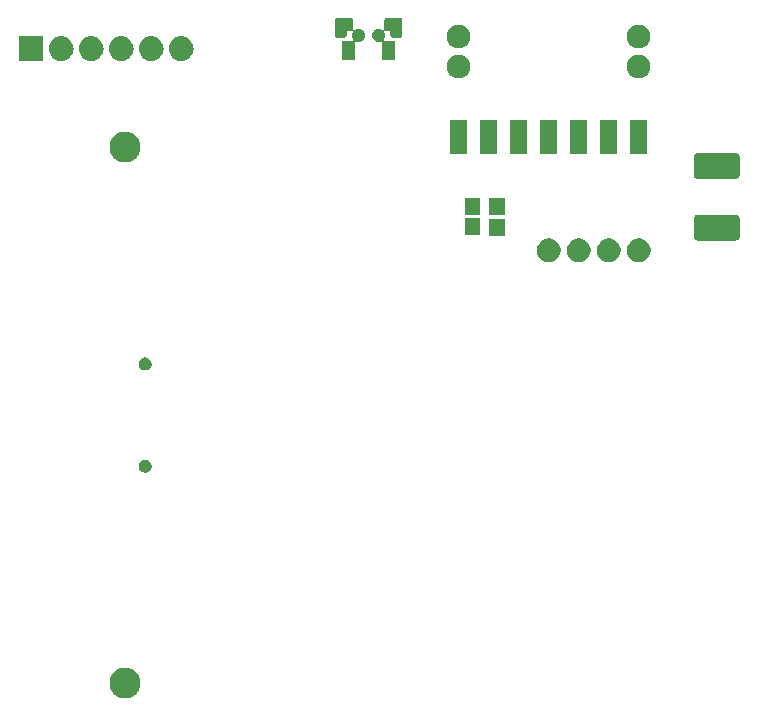
<source format=gbs>
G04 #@! TF.GenerationSoftware,KiCad,Pcbnew,(5.1.0-0)*
G04 #@! TF.CreationDate,2019-05-12T16:12:14+09:00*
G04 #@! TF.ProjectId,split_EC_left,73706c69-745f-4454-935f-6c6566742e6b,rev?*
G04 #@! TF.SameCoordinates,Original*
G04 #@! TF.FileFunction,Soldermask,Bot*
G04 #@! TF.FilePolarity,Negative*
%FSLAX46Y46*%
G04 Gerber Fmt 4.6, Leading zero omitted, Abs format (unit mm)*
G04 Created by KiCad (PCBNEW (5.1.0-0)) date 2019-05-12 16:12:14*
%MOMM*%
%LPD*%
G04 APERTURE LIST*
%ADD10C,0.100000*%
G04 APERTURE END LIST*
D10*
G36*
X83429196Y-96439958D02*
G01*
X83665781Y-96537955D01*
X83878702Y-96680224D01*
X84059776Y-96861298D01*
X84202045Y-97074219D01*
X84300042Y-97310804D01*
X84350000Y-97561961D01*
X84350000Y-97818039D01*
X84300042Y-98069196D01*
X84202045Y-98305781D01*
X84059776Y-98518702D01*
X83878702Y-98699776D01*
X83665781Y-98842045D01*
X83429196Y-98940042D01*
X83303617Y-98965021D01*
X83178040Y-98990000D01*
X82921960Y-98990000D01*
X82670804Y-98940042D01*
X82434219Y-98842045D01*
X82221298Y-98699776D01*
X82040224Y-98518702D01*
X81897955Y-98305781D01*
X81799958Y-98069196D01*
X81750000Y-97818039D01*
X81750000Y-97561961D01*
X81799958Y-97310804D01*
X81897955Y-97074219D01*
X82040224Y-96861298D01*
X82221298Y-96680224D01*
X82434219Y-96537955D01*
X82670804Y-96439958D01*
X82921960Y-96390000D01*
X83178040Y-96390000D01*
X83429196Y-96439958D01*
X83429196Y-96439958D01*
G37*
G36*
X84875009Y-78789091D02*
G01*
X84910429Y-78796136D01*
X84960476Y-78816867D01*
X85010524Y-78837597D01*
X85100602Y-78897785D01*
X85177215Y-78974398D01*
X85237403Y-79064476D01*
X85278864Y-79164572D01*
X85300000Y-79270828D01*
X85300000Y-79379172D01*
X85278864Y-79485428D01*
X85237403Y-79585524D01*
X85177215Y-79675602D01*
X85100602Y-79752215D01*
X85010524Y-79812403D01*
X84960476Y-79833133D01*
X84910429Y-79853864D01*
X84875009Y-79860909D01*
X84804172Y-79875000D01*
X84695828Y-79875000D01*
X84624991Y-79860909D01*
X84589571Y-79853864D01*
X84539524Y-79833133D01*
X84489476Y-79812403D01*
X84399398Y-79752215D01*
X84322785Y-79675602D01*
X84262597Y-79585524D01*
X84221136Y-79485428D01*
X84200000Y-79379172D01*
X84200000Y-79270828D01*
X84221136Y-79164572D01*
X84262597Y-79064476D01*
X84322785Y-78974398D01*
X84399398Y-78897785D01*
X84489476Y-78837597D01*
X84539524Y-78816867D01*
X84589571Y-78796136D01*
X84624991Y-78789091D01*
X84695828Y-78775000D01*
X84804172Y-78775000D01*
X84875009Y-78789091D01*
X84875009Y-78789091D01*
G37*
G36*
X84875009Y-70139091D02*
G01*
X84910429Y-70146136D01*
X84960476Y-70166867D01*
X85010524Y-70187597D01*
X85100602Y-70247785D01*
X85177215Y-70324398D01*
X85237403Y-70414476D01*
X85278864Y-70514572D01*
X85300000Y-70620828D01*
X85300000Y-70729172D01*
X85278864Y-70835428D01*
X85237403Y-70935524D01*
X85177215Y-71025602D01*
X85100602Y-71102215D01*
X85010524Y-71162403D01*
X84960476Y-71183134D01*
X84910429Y-71203864D01*
X84875009Y-71210909D01*
X84804172Y-71225000D01*
X84695828Y-71225000D01*
X84624991Y-71210909D01*
X84589571Y-71203864D01*
X84539524Y-71183134D01*
X84489476Y-71162403D01*
X84399398Y-71102215D01*
X84322785Y-71025602D01*
X84262597Y-70935524D01*
X84221136Y-70835428D01*
X84200000Y-70729172D01*
X84200000Y-70620828D01*
X84221136Y-70514572D01*
X84262597Y-70414476D01*
X84322785Y-70324398D01*
X84399398Y-70247785D01*
X84489476Y-70187597D01*
X84539524Y-70166867D01*
X84589571Y-70146136D01*
X84624991Y-70139091D01*
X84695828Y-70125000D01*
X84804172Y-70125000D01*
X84875009Y-70139091D01*
X84875009Y-70139091D01*
G37*
G36*
X119167290Y-60075619D02*
G01*
X119231689Y-60088429D01*
X119413678Y-60163811D01*
X119577463Y-60273249D01*
X119716751Y-60412537D01*
X119826189Y-60576322D01*
X119901571Y-60758311D01*
X119940000Y-60951509D01*
X119940000Y-61148491D01*
X119901571Y-61341689D01*
X119826189Y-61523678D01*
X119716751Y-61687463D01*
X119577463Y-61826751D01*
X119413678Y-61936189D01*
X119231689Y-62011571D01*
X119167290Y-62024381D01*
X119038493Y-62050000D01*
X118841507Y-62050000D01*
X118712710Y-62024381D01*
X118648311Y-62011571D01*
X118466322Y-61936189D01*
X118302537Y-61826751D01*
X118163249Y-61687463D01*
X118053811Y-61523678D01*
X117978429Y-61341689D01*
X117940000Y-61148491D01*
X117940000Y-60951509D01*
X117978429Y-60758311D01*
X118053811Y-60576322D01*
X118163249Y-60412537D01*
X118302537Y-60273249D01*
X118466322Y-60163811D01*
X118648311Y-60088429D01*
X118712710Y-60075619D01*
X118841507Y-60050000D01*
X119038493Y-60050000D01*
X119167290Y-60075619D01*
X119167290Y-60075619D01*
G37*
G36*
X121707290Y-60075619D02*
G01*
X121771689Y-60088429D01*
X121953678Y-60163811D01*
X122117463Y-60273249D01*
X122256751Y-60412537D01*
X122366189Y-60576322D01*
X122441571Y-60758311D01*
X122480000Y-60951509D01*
X122480000Y-61148491D01*
X122441571Y-61341689D01*
X122366189Y-61523678D01*
X122256751Y-61687463D01*
X122117463Y-61826751D01*
X121953678Y-61936189D01*
X121771689Y-62011571D01*
X121707290Y-62024381D01*
X121578493Y-62050000D01*
X121381507Y-62050000D01*
X121252710Y-62024381D01*
X121188311Y-62011571D01*
X121006322Y-61936189D01*
X120842537Y-61826751D01*
X120703249Y-61687463D01*
X120593811Y-61523678D01*
X120518429Y-61341689D01*
X120480000Y-61148491D01*
X120480000Y-60951509D01*
X120518429Y-60758311D01*
X120593811Y-60576322D01*
X120703249Y-60412537D01*
X120842537Y-60273249D01*
X121006322Y-60163811D01*
X121188311Y-60088429D01*
X121252710Y-60075619D01*
X121381507Y-60050000D01*
X121578493Y-60050000D01*
X121707290Y-60075619D01*
X121707290Y-60075619D01*
G37*
G36*
X124247290Y-60075619D02*
G01*
X124311689Y-60088429D01*
X124493678Y-60163811D01*
X124657463Y-60273249D01*
X124796751Y-60412537D01*
X124906189Y-60576322D01*
X124981571Y-60758311D01*
X125020000Y-60951509D01*
X125020000Y-61148491D01*
X124981571Y-61341689D01*
X124906189Y-61523678D01*
X124796751Y-61687463D01*
X124657463Y-61826751D01*
X124493678Y-61936189D01*
X124311689Y-62011571D01*
X124247290Y-62024381D01*
X124118493Y-62050000D01*
X123921507Y-62050000D01*
X123792710Y-62024381D01*
X123728311Y-62011571D01*
X123546322Y-61936189D01*
X123382537Y-61826751D01*
X123243249Y-61687463D01*
X123133811Y-61523678D01*
X123058429Y-61341689D01*
X123020000Y-61148491D01*
X123020000Y-60951509D01*
X123058429Y-60758311D01*
X123133811Y-60576322D01*
X123243249Y-60412537D01*
X123382537Y-60273249D01*
X123546322Y-60163811D01*
X123728311Y-60088429D01*
X123792710Y-60075619D01*
X123921507Y-60050000D01*
X124118493Y-60050000D01*
X124247290Y-60075619D01*
X124247290Y-60075619D01*
G37*
G36*
X126787290Y-60075619D02*
G01*
X126851689Y-60088429D01*
X127033678Y-60163811D01*
X127197463Y-60273249D01*
X127336751Y-60412537D01*
X127446189Y-60576322D01*
X127521571Y-60758311D01*
X127560000Y-60951509D01*
X127560000Y-61148491D01*
X127521571Y-61341689D01*
X127446189Y-61523678D01*
X127336751Y-61687463D01*
X127197463Y-61826751D01*
X127033678Y-61936189D01*
X126851689Y-62011571D01*
X126787290Y-62024381D01*
X126658493Y-62050000D01*
X126461507Y-62050000D01*
X126332710Y-62024381D01*
X126268311Y-62011571D01*
X126086322Y-61936189D01*
X125922537Y-61826751D01*
X125783249Y-61687463D01*
X125673811Y-61523678D01*
X125598429Y-61341689D01*
X125560000Y-61148491D01*
X125560000Y-60951509D01*
X125598429Y-60758311D01*
X125673811Y-60576322D01*
X125783249Y-60412537D01*
X125922537Y-60273249D01*
X126086322Y-60163811D01*
X126268311Y-60088429D01*
X126332710Y-60075619D01*
X126461507Y-60050000D01*
X126658493Y-60050000D01*
X126787290Y-60075619D01*
X126787290Y-60075619D01*
G37*
G36*
X134824953Y-58057156D02*
G01*
X134888920Y-58076560D01*
X134947865Y-58108067D01*
X134999532Y-58150468D01*
X135041933Y-58202135D01*
X135073440Y-58261080D01*
X135092844Y-58325047D01*
X135100000Y-58397700D01*
X135100000Y-59882300D01*
X135092844Y-59954953D01*
X135073440Y-60018920D01*
X135041933Y-60077865D01*
X134999532Y-60129532D01*
X134947865Y-60171933D01*
X134888920Y-60203440D01*
X134824953Y-60222844D01*
X134752300Y-60230000D01*
X131547700Y-60230000D01*
X131475047Y-60222844D01*
X131411080Y-60203440D01*
X131352135Y-60171933D01*
X131300468Y-60129532D01*
X131258067Y-60077865D01*
X131226560Y-60018920D01*
X131207156Y-59954953D01*
X131200000Y-59882300D01*
X131200000Y-58397700D01*
X131207156Y-58325047D01*
X131226560Y-58261080D01*
X131258067Y-58202135D01*
X131300468Y-58150468D01*
X131352135Y-58108067D01*
X131411080Y-58076560D01*
X131475047Y-58057156D01*
X131547700Y-58050000D01*
X134752300Y-58050000D01*
X134824953Y-58057156D01*
X134824953Y-58057156D01*
G37*
G36*
X115250000Y-59825000D02*
G01*
X113900000Y-59825000D01*
X113900000Y-58375000D01*
X115250000Y-58375000D01*
X115250000Y-59825000D01*
X115250000Y-59825000D01*
G37*
G36*
X113150000Y-59800000D02*
G01*
X111800000Y-59800000D01*
X111800000Y-58350000D01*
X113150000Y-58350000D01*
X113150000Y-59800000D01*
X113150000Y-59800000D01*
G37*
G36*
X115250000Y-58075000D02*
G01*
X113900000Y-58075000D01*
X113900000Y-56625000D01*
X115250000Y-56625000D01*
X115250000Y-58075000D01*
X115250000Y-58075000D01*
G37*
G36*
X113150000Y-58050000D02*
G01*
X111800000Y-58050000D01*
X111800000Y-56600000D01*
X113150000Y-56600000D01*
X113150000Y-58050000D01*
X113150000Y-58050000D01*
G37*
G36*
X134824953Y-52827156D02*
G01*
X134888920Y-52846560D01*
X134947865Y-52878067D01*
X134999532Y-52920468D01*
X135041933Y-52972135D01*
X135073440Y-53031080D01*
X135092844Y-53095047D01*
X135100000Y-53167700D01*
X135100000Y-54652300D01*
X135092844Y-54724953D01*
X135073440Y-54788920D01*
X135041933Y-54847865D01*
X134999532Y-54899532D01*
X134947865Y-54941933D01*
X134888920Y-54973440D01*
X134824953Y-54992844D01*
X134752300Y-55000000D01*
X131547700Y-55000000D01*
X131475047Y-54992844D01*
X131411080Y-54973440D01*
X131352135Y-54941933D01*
X131300468Y-54899532D01*
X131258067Y-54847865D01*
X131226560Y-54788920D01*
X131207156Y-54724953D01*
X131200000Y-54652300D01*
X131200000Y-53167700D01*
X131207156Y-53095047D01*
X131226560Y-53031080D01*
X131258067Y-52972135D01*
X131300468Y-52920468D01*
X131352135Y-52878067D01*
X131411080Y-52846560D01*
X131475047Y-52827156D01*
X131547700Y-52820000D01*
X134752300Y-52820000D01*
X134824953Y-52827156D01*
X134824953Y-52827156D01*
G37*
G36*
X83429196Y-51059958D02*
G01*
X83665781Y-51157955D01*
X83878702Y-51300224D01*
X84059776Y-51481298D01*
X84202045Y-51694219D01*
X84300042Y-51930804D01*
X84350000Y-52181961D01*
X84350000Y-52438039D01*
X84300042Y-52689196D01*
X84202045Y-52925781D01*
X84059776Y-53138702D01*
X83878702Y-53319776D01*
X83665781Y-53462045D01*
X83429196Y-53560042D01*
X83303617Y-53585021D01*
X83178040Y-53610000D01*
X82921960Y-53610000D01*
X82796383Y-53585021D01*
X82670804Y-53560042D01*
X82434219Y-53462045D01*
X82221298Y-53319776D01*
X82040224Y-53138702D01*
X81897955Y-52925781D01*
X81799958Y-52689196D01*
X81750000Y-52438039D01*
X81750000Y-52181961D01*
X81799958Y-51930804D01*
X81897955Y-51694219D01*
X82040224Y-51481298D01*
X82221298Y-51300224D01*
X82434219Y-51157955D01*
X82670804Y-51059958D01*
X82921960Y-51010000D01*
X83178040Y-51010000D01*
X83429196Y-51059958D01*
X83429196Y-51059958D01*
G37*
G36*
X124705000Y-52900000D02*
G01*
X123305000Y-52900000D01*
X123305000Y-49990000D01*
X124705000Y-49990000D01*
X124705000Y-52900000D01*
X124705000Y-52900000D01*
G37*
G36*
X122165000Y-52900000D02*
G01*
X120765000Y-52900000D01*
X120765000Y-49990000D01*
X122165000Y-49990000D01*
X122165000Y-52900000D01*
X122165000Y-52900000D01*
G37*
G36*
X119625000Y-52900000D02*
G01*
X118225000Y-52900000D01*
X118225000Y-49990000D01*
X119625000Y-49990000D01*
X119625000Y-52900000D01*
X119625000Y-52900000D01*
G37*
G36*
X117085000Y-52900000D02*
G01*
X115685000Y-52900000D01*
X115685000Y-49990000D01*
X117085000Y-49990000D01*
X117085000Y-52900000D01*
X117085000Y-52900000D01*
G37*
G36*
X114545000Y-52900000D02*
G01*
X113145000Y-52900000D01*
X113145000Y-49990000D01*
X114545000Y-49990000D01*
X114545000Y-52900000D01*
X114545000Y-52900000D01*
G37*
G36*
X112005000Y-52900000D02*
G01*
X110605000Y-52900000D01*
X110605000Y-49990000D01*
X112005000Y-49990000D01*
X112005000Y-52900000D01*
X112005000Y-52900000D01*
G37*
G36*
X127245000Y-52900000D02*
G01*
X125845000Y-52900000D01*
X125845000Y-49990000D01*
X127245000Y-49990000D01*
X127245000Y-52900000D01*
X127245000Y-52900000D01*
G37*
G36*
X111532290Y-44505619D02*
G01*
X111596689Y-44518429D01*
X111778678Y-44593811D01*
X111942463Y-44703249D01*
X112081751Y-44842537D01*
X112191189Y-45006322D01*
X112266571Y-45188311D01*
X112305000Y-45381509D01*
X112305000Y-45578491D01*
X112266571Y-45771689D01*
X112191189Y-45953678D01*
X112081751Y-46117463D01*
X111942463Y-46256751D01*
X111778678Y-46366189D01*
X111596689Y-46441571D01*
X111532290Y-46454381D01*
X111403493Y-46480000D01*
X111206507Y-46480000D01*
X111077710Y-46454381D01*
X111013311Y-46441571D01*
X110831322Y-46366189D01*
X110667537Y-46256751D01*
X110528249Y-46117463D01*
X110418811Y-45953678D01*
X110343429Y-45771689D01*
X110305000Y-45578491D01*
X110305000Y-45381509D01*
X110343429Y-45188311D01*
X110418811Y-45006322D01*
X110528249Y-44842537D01*
X110667537Y-44703249D01*
X110831322Y-44593811D01*
X111013311Y-44518429D01*
X111077710Y-44505619D01*
X111206507Y-44480000D01*
X111403493Y-44480000D01*
X111532290Y-44505619D01*
X111532290Y-44505619D01*
G37*
G36*
X126772290Y-44505619D02*
G01*
X126836689Y-44518429D01*
X127018678Y-44593811D01*
X127182463Y-44703249D01*
X127321751Y-44842537D01*
X127431189Y-45006322D01*
X127506571Y-45188311D01*
X127545000Y-45381509D01*
X127545000Y-45578491D01*
X127506571Y-45771689D01*
X127431189Y-45953678D01*
X127321751Y-46117463D01*
X127182463Y-46256751D01*
X127018678Y-46366189D01*
X126836689Y-46441571D01*
X126772290Y-46454381D01*
X126643493Y-46480000D01*
X126446507Y-46480000D01*
X126317710Y-46454381D01*
X126253311Y-46441571D01*
X126071322Y-46366189D01*
X125907537Y-46256751D01*
X125768249Y-46117463D01*
X125658811Y-45953678D01*
X125583429Y-45771689D01*
X125545000Y-45578491D01*
X125545000Y-45381509D01*
X125583429Y-45188311D01*
X125658811Y-45006322D01*
X125768249Y-44842537D01*
X125907537Y-44703249D01*
X126071322Y-44593811D01*
X126253311Y-44518429D01*
X126317710Y-44505619D01*
X126446507Y-44480000D01*
X126643493Y-44480000D01*
X126772290Y-44505619D01*
X126772290Y-44505619D01*
G37*
G36*
X80308707Y-42932597D02*
G01*
X80385836Y-42940193D01*
X80583762Y-43000233D01*
X80583765Y-43000234D01*
X80766170Y-43097732D01*
X80926055Y-43228945D01*
X81057268Y-43388830D01*
X81154766Y-43571235D01*
X81154767Y-43571238D01*
X81214807Y-43769164D01*
X81235080Y-43975000D01*
X81214807Y-44180836D01*
X81154767Y-44378762D01*
X81154766Y-44378765D01*
X81057268Y-44561170D01*
X80926055Y-44721055D01*
X80766170Y-44852268D01*
X80583765Y-44949766D01*
X80583762Y-44949767D01*
X80385836Y-45009807D01*
X80308707Y-45017403D01*
X80231580Y-45025000D01*
X80128420Y-45025000D01*
X80051293Y-45017404D01*
X79974164Y-45009807D01*
X79776238Y-44949767D01*
X79776235Y-44949766D01*
X79593830Y-44852268D01*
X79433945Y-44721055D01*
X79302732Y-44561170D01*
X79205234Y-44378765D01*
X79205233Y-44378762D01*
X79145193Y-44180836D01*
X79124920Y-43975000D01*
X79145193Y-43769164D01*
X79205233Y-43571238D01*
X79205234Y-43571235D01*
X79302732Y-43388830D01*
X79433945Y-43228945D01*
X79593830Y-43097732D01*
X79776235Y-43000234D01*
X79776238Y-43000233D01*
X79974164Y-42940193D01*
X80051293Y-42932597D01*
X80128420Y-42925000D01*
X80231580Y-42925000D01*
X80308707Y-42932597D01*
X80308707Y-42932597D01*
G37*
G36*
X77768707Y-42932597D02*
G01*
X77845836Y-42940193D01*
X78043762Y-43000233D01*
X78043765Y-43000234D01*
X78226170Y-43097732D01*
X78386055Y-43228945D01*
X78517268Y-43388830D01*
X78614766Y-43571235D01*
X78614767Y-43571238D01*
X78674807Y-43769164D01*
X78695080Y-43975000D01*
X78674807Y-44180836D01*
X78614767Y-44378762D01*
X78614766Y-44378765D01*
X78517268Y-44561170D01*
X78386055Y-44721055D01*
X78226170Y-44852268D01*
X78043765Y-44949766D01*
X78043762Y-44949767D01*
X77845836Y-45009807D01*
X77768707Y-45017404D01*
X77691580Y-45025000D01*
X77588420Y-45025000D01*
X77511293Y-45017404D01*
X77434164Y-45009807D01*
X77236238Y-44949767D01*
X77236235Y-44949766D01*
X77053830Y-44852268D01*
X76893945Y-44721055D01*
X76762732Y-44561170D01*
X76665234Y-44378765D01*
X76665233Y-44378762D01*
X76605193Y-44180836D01*
X76584920Y-43975000D01*
X76605193Y-43769164D01*
X76665233Y-43571238D01*
X76665234Y-43571235D01*
X76762732Y-43388830D01*
X76893945Y-43228945D01*
X77053830Y-43097732D01*
X77236235Y-43000234D01*
X77236238Y-43000233D01*
X77434164Y-42940193D01*
X77511293Y-42932597D01*
X77588420Y-42925000D01*
X77691580Y-42925000D01*
X77768707Y-42932597D01*
X77768707Y-42932597D01*
G37*
G36*
X76150000Y-45025000D02*
G01*
X74050000Y-45025000D01*
X74050000Y-42925000D01*
X76150000Y-42925000D01*
X76150000Y-45025000D01*
X76150000Y-45025000D01*
G37*
G36*
X87928707Y-42932597D02*
G01*
X88005836Y-42940193D01*
X88203762Y-43000233D01*
X88203765Y-43000234D01*
X88386170Y-43097732D01*
X88546055Y-43228945D01*
X88677268Y-43388830D01*
X88774766Y-43571235D01*
X88774767Y-43571238D01*
X88834807Y-43769164D01*
X88855080Y-43975000D01*
X88834807Y-44180836D01*
X88774767Y-44378762D01*
X88774766Y-44378765D01*
X88677268Y-44561170D01*
X88546055Y-44721055D01*
X88386170Y-44852268D01*
X88203765Y-44949766D01*
X88203762Y-44949767D01*
X88005836Y-45009807D01*
X87928707Y-45017403D01*
X87851580Y-45025000D01*
X87748420Y-45025000D01*
X87671293Y-45017404D01*
X87594164Y-45009807D01*
X87396238Y-44949767D01*
X87396235Y-44949766D01*
X87213830Y-44852268D01*
X87053945Y-44721055D01*
X86922732Y-44561170D01*
X86825234Y-44378765D01*
X86825233Y-44378762D01*
X86765193Y-44180836D01*
X86744920Y-43975000D01*
X86765193Y-43769164D01*
X86825233Y-43571238D01*
X86825234Y-43571235D01*
X86922732Y-43388830D01*
X87053945Y-43228945D01*
X87213830Y-43097732D01*
X87396235Y-43000234D01*
X87396238Y-43000233D01*
X87594164Y-42940193D01*
X87671293Y-42932597D01*
X87748420Y-42925000D01*
X87851580Y-42925000D01*
X87928707Y-42932597D01*
X87928707Y-42932597D01*
G37*
G36*
X85388707Y-42932597D02*
G01*
X85465836Y-42940193D01*
X85663762Y-43000233D01*
X85663765Y-43000234D01*
X85846170Y-43097732D01*
X86006055Y-43228945D01*
X86137268Y-43388830D01*
X86234766Y-43571235D01*
X86234767Y-43571238D01*
X86294807Y-43769164D01*
X86315080Y-43975000D01*
X86294807Y-44180836D01*
X86234767Y-44378762D01*
X86234766Y-44378765D01*
X86137268Y-44561170D01*
X86006055Y-44721055D01*
X85846170Y-44852268D01*
X85663765Y-44949766D01*
X85663762Y-44949767D01*
X85465836Y-45009807D01*
X85388707Y-45017403D01*
X85311580Y-45025000D01*
X85208420Y-45025000D01*
X85131293Y-45017404D01*
X85054164Y-45009807D01*
X84856238Y-44949767D01*
X84856235Y-44949766D01*
X84673830Y-44852268D01*
X84513945Y-44721055D01*
X84382732Y-44561170D01*
X84285234Y-44378765D01*
X84285233Y-44378762D01*
X84225193Y-44180836D01*
X84204920Y-43975000D01*
X84225193Y-43769164D01*
X84285233Y-43571238D01*
X84285234Y-43571235D01*
X84382732Y-43388830D01*
X84513945Y-43228945D01*
X84673830Y-43097732D01*
X84856235Y-43000234D01*
X84856238Y-43000233D01*
X85054164Y-42940193D01*
X85131293Y-42932597D01*
X85208420Y-42925000D01*
X85311580Y-42925000D01*
X85388707Y-42932597D01*
X85388707Y-42932597D01*
G37*
G36*
X82848707Y-42932597D02*
G01*
X82925836Y-42940193D01*
X83123762Y-43000233D01*
X83123765Y-43000234D01*
X83306170Y-43097732D01*
X83466055Y-43228945D01*
X83597268Y-43388830D01*
X83694766Y-43571235D01*
X83694767Y-43571238D01*
X83754807Y-43769164D01*
X83775080Y-43975000D01*
X83754807Y-44180836D01*
X83694767Y-44378762D01*
X83694766Y-44378765D01*
X83597268Y-44561170D01*
X83466055Y-44721055D01*
X83306170Y-44852268D01*
X83123765Y-44949766D01*
X83123762Y-44949767D01*
X82925836Y-45009807D01*
X82848707Y-45017403D01*
X82771580Y-45025000D01*
X82668420Y-45025000D01*
X82591293Y-45017404D01*
X82514164Y-45009807D01*
X82316238Y-44949767D01*
X82316235Y-44949766D01*
X82133830Y-44852268D01*
X81973945Y-44721055D01*
X81842732Y-44561170D01*
X81745234Y-44378765D01*
X81745233Y-44378762D01*
X81685193Y-44180836D01*
X81664920Y-43975000D01*
X81685193Y-43769164D01*
X81745233Y-43571238D01*
X81745234Y-43571235D01*
X81842732Y-43388830D01*
X81973945Y-43228945D01*
X82133830Y-43097732D01*
X82316235Y-43000234D01*
X82316238Y-43000233D01*
X82514164Y-42940193D01*
X82591293Y-42932597D01*
X82668420Y-42925000D01*
X82771580Y-42925000D01*
X82848707Y-42932597D01*
X82848707Y-42932597D01*
G37*
G36*
X102164205Y-41352893D02*
G01*
X102201909Y-41364330D01*
X102234544Y-41381774D01*
X102236652Y-41382901D01*
X102267106Y-41407894D01*
X102292099Y-41438348D01*
X102292100Y-41438350D01*
X102310670Y-41473091D01*
X102322107Y-41510795D01*
X102326573Y-41556140D01*
X102326573Y-42243860D01*
X102323200Y-42278106D01*
X102323200Y-42302610D01*
X102327980Y-42326643D01*
X102337358Y-42349282D01*
X102350971Y-42369656D01*
X102368298Y-42386983D01*
X102388673Y-42400597D01*
X102411311Y-42409975D01*
X102435345Y-42414755D01*
X102459849Y-42414755D01*
X102483882Y-42409975D01*
X102517042Y-42394291D01*
X102564476Y-42362597D01*
X102623395Y-42338192D01*
X102664571Y-42321136D01*
X102699991Y-42314091D01*
X102770828Y-42300000D01*
X102879172Y-42300000D01*
X102950009Y-42314091D01*
X102985429Y-42321136D01*
X103026605Y-42338192D01*
X103085524Y-42362597D01*
X103175602Y-42422785D01*
X103252215Y-42499398D01*
X103312403Y-42589476D01*
X103312403Y-42589477D01*
X103353864Y-42689571D01*
X103360909Y-42724991D01*
X103375000Y-42795828D01*
X103375000Y-42904172D01*
X103370477Y-42926909D01*
X103353864Y-43010429D01*
X103342240Y-43038491D01*
X103312403Y-43110524D01*
X103252215Y-43200602D01*
X103175602Y-43277215D01*
X103085524Y-43337403D01*
X103078083Y-43340485D01*
X102985429Y-43378864D01*
X102950009Y-43385909D01*
X102879172Y-43400000D01*
X102770828Y-43400000D01*
X102694494Y-43384816D01*
X102674384Y-43380816D01*
X102649999Y-43378414D01*
X102625613Y-43380816D01*
X102602164Y-43387929D01*
X102580553Y-43399480D01*
X102561612Y-43415025D01*
X102546066Y-43433967D01*
X102534515Y-43455578D01*
X102527402Y-43479027D01*
X102525000Y-43503413D01*
X102525000Y-44950000D01*
X101425000Y-44950000D01*
X101425000Y-43350000D01*
X102263753Y-43350000D01*
X102288139Y-43347598D01*
X102311588Y-43340485D01*
X102333199Y-43328934D01*
X102352141Y-43313389D01*
X102367686Y-43294447D01*
X102379237Y-43272836D01*
X102386350Y-43249387D01*
X102388752Y-43225001D01*
X102386350Y-43200615D01*
X102379237Y-43177166D01*
X102367686Y-43155556D01*
X102337597Y-43110524D01*
X102307760Y-43038491D01*
X102296136Y-43010429D01*
X102279523Y-42926909D01*
X102275000Y-42904172D01*
X102275000Y-42795828D01*
X102283454Y-42753326D01*
X102296136Y-42689571D01*
X102328824Y-42610657D01*
X102335935Y-42587214D01*
X102338337Y-42562828D01*
X102335935Y-42538442D01*
X102328822Y-42514993D01*
X102317271Y-42493382D01*
X102301726Y-42474440D01*
X102282784Y-42458894D01*
X102261174Y-42447343D01*
X102237725Y-42440230D01*
X102213339Y-42437828D01*
X102177055Y-42443210D01*
X102164209Y-42447107D01*
X102118860Y-42451573D01*
X101951572Y-42451573D01*
X101927186Y-42453975D01*
X101903737Y-42461088D01*
X101882126Y-42472639D01*
X101863184Y-42488184D01*
X101847639Y-42507126D01*
X101836088Y-42528737D01*
X101828975Y-42552186D01*
X101826573Y-42576572D01*
X101826573Y-42843860D01*
X101822107Y-42889205D01*
X101810670Y-42926909D01*
X101803569Y-42940193D01*
X101792099Y-42961652D01*
X101767106Y-42992106D01*
X101736652Y-43017099D01*
X101736650Y-43017100D01*
X101701909Y-43035670D01*
X101664205Y-43047107D01*
X101618860Y-43051573D01*
X101031140Y-43051573D01*
X100985795Y-43047107D01*
X100948091Y-43035670D01*
X100913350Y-43017100D01*
X100913348Y-43017099D01*
X100882894Y-42992106D01*
X100857901Y-42961652D01*
X100846431Y-42940193D01*
X100839330Y-42926909D01*
X100827893Y-42889205D01*
X100823427Y-42843860D01*
X100823427Y-41556140D01*
X100827893Y-41510795D01*
X100839330Y-41473091D01*
X100857900Y-41438350D01*
X100857901Y-41438348D01*
X100882894Y-41407894D01*
X100913348Y-41382901D01*
X100915456Y-41381774D01*
X100948091Y-41364330D01*
X100985795Y-41352893D01*
X101031140Y-41348427D01*
X102118860Y-41348427D01*
X102164205Y-41352893D01*
X102164205Y-41352893D01*
G37*
G36*
X106364205Y-41352893D02*
G01*
X106401909Y-41364330D01*
X106434544Y-41381774D01*
X106436652Y-41382901D01*
X106467106Y-41407894D01*
X106492099Y-41438348D01*
X106492100Y-41438350D01*
X106510670Y-41473091D01*
X106522107Y-41510795D01*
X106526573Y-41556140D01*
X106526573Y-42843860D01*
X106522107Y-42889205D01*
X106510670Y-42926909D01*
X106503569Y-42940193D01*
X106492099Y-42961652D01*
X106467106Y-42992106D01*
X106436652Y-43017099D01*
X106436650Y-43017100D01*
X106401909Y-43035670D01*
X106364205Y-43047107D01*
X106318860Y-43051573D01*
X105731140Y-43051573D01*
X105685795Y-43047107D01*
X105648091Y-43035670D01*
X105613350Y-43017100D01*
X105613348Y-43017099D01*
X105582894Y-42992106D01*
X105557901Y-42961652D01*
X105546431Y-42940193D01*
X105539330Y-42926909D01*
X105527893Y-42889205D01*
X105523427Y-42843860D01*
X105523427Y-42576572D01*
X105521025Y-42552186D01*
X105513912Y-42528737D01*
X105502361Y-42507126D01*
X105486816Y-42488184D01*
X105467874Y-42472639D01*
X105446263Y-42461088D01*
X105422814Y-42453975D01*
X105398428Y-42451573D01*
X105231140Y-42451573D01*
X105185791Y-42447107D01*
X105172945Y-42443210D01*
X105148912Y-42438430D01*
X105124408Y-42438430D01*
X105100374Y-42443211D01*
X105077736Y-42452589D01*
X105057362Y-42466203D01*
X105040035Y-42483530D01*
X105026422Y-42503905D01*
X105017045Y-42526544D01*
X105012265Y-42550577D01*
X105012265Y-42575081D01*
X105021177Y-42610659D01*
X105053864Y-42689571D01*
X105066546Y-42753326D01*
X105075000Y-42795828D01*
X105075000Y-42904172D01*
X105070477Y-42926909D01*
X105053864Y-43010429D01*
X105042240Y-43038491D01*
X105012403Y-43110524D01*
X104982314Y-43155556D01*
X104970763Y-43177167D01*
X104963650Y-43200616D01*
X104961248Y-43225002D01*
X104963650Y-43249388D01*
X104970763Y-43272837D01*
X104982315Y-43294447D01*
X104997860Y-43313389D01*
X105016802Y-43328934D01*
X105038413Y-43340485D01*
X105061862Y-43347598D01*
X105086247Y-43350000D01*
X105925000Y-43350000D01*
X105925000Y-44950000D01*
X104825000Y-44950000D01*
X104825000Y-43503413D01*
X104822598Y-43479027D01*
X104815485Y-43455578D01*
X104803934Y-43433967D01*
X104788389Y-43415025D01*
X104769447Y-43399480D01*
X104747836Y-43387929D01*
X104724387Y-43380816D01*
X104700001Y-43378414D01*
X104675616Y-43380816D01*
X104655506Y-43384816D01*
X104579172Y-43400000D01*
X104470828Y-43400000D01*
X104399991Y-43385909D01*
X104364571Y-43378864D01*
X104271917Y-43340485D01*
X104264476Y-43337403D01*
X104174398Y-43277215D01*
X104097785Y-43200602D01*
X104037597Y-43110524D01*
X104007760Y-43038491D01*
X103996136Y-43010429D01*
X103979523Y-42926909D01*
X103975000Y-42904172D01*
X103975000Y-42795828D01*
X103989091Y-42724991D01*
X103996136Y-42689571D01*
X104037597Y-42589477D01*
X104037597Y-42589476D01*
X104097785Y-42499398D01*
X104174398Y-42422785D01*
X104264476Y-42362597D01*
X104323395Y-42338192D01*
X104364571Y-42321136D01*
X104399991Y-42314091D01*
X104470828Y-42300000D01*
X104579172Y-42300000D01*
X104650009Y-42314091D01*
X104685429Y-42321136D01*
X104726605Y-42338192D01*
X104785524Y-42362597D01*
X104832958Y-42394291D01*
X104854569Y-42405842D01*
X104878018Y-42412955D01*
X104902404Y-42415357D01*
X104926790Y-42412955D01*
X104950239Y-42405842D01*
X104971849Y-42394290D01*
X104990791Y-42378745D01*
X105006336Y-42359803D01*
X105017887Y-42338192D01*
X105025000Y-42314743D01*
X105026800Y-42278106D01*
X105023427Y-42243860D01*
X105023427Y-41556140D01*
X105027893Y-41510795D01*
X105039330Y-41473091D01*
X105057900Y-41438350D01*
X105057901Y-41438348D01*
X105082894Y-41407894D01*
X105113348Y-41382901D01*
X105115456Y-41381774D01*
X105148091Y-41364330D01*
X105185795Y-41352893D01*
X105231140Y-41348427D01*
X106318860Y-41348427D01*
X106364205Y-41352893D01*
X106364205Y-41352893D01*
G37*
G36*
X111532290Y-41965619D02*
G01*
X111596689Y-41978429D01*
X111778678Y-42053811D01*
X111942463Y-42163249D01*
X112081751Y-42302537D01*
X112191189Y-42466322D01*
X112266571Y-42648311D01*
X112266571Y-42648312D01*
X112305000Y-42841507D01*
X112305000Y-43038493D01*
X112293216Y-43097733D01*
X112266571Y-43231689D01*
X112191189Y-43413678D01*
X112081751Y-43577463D01*
X111942463Y-43716751D01*
X111778678Y-43826189D01*
X111596689Y-43901571D01*
X111532290Y-43914381D01*
X111403493Y-43940000D01*
X111206507Y-43940000D01*
X111077710Y-43914381D01*
X111013311Y-43901571D01*
X110831322Y-43826189D01*
X110667537Y-43716751D01*
X110528249Y-43577463D01*
X110418811Y-43413678D01*
X110343429Y-43231689D01*
X110316784Y-43097733D01*
X110305000Y-43038493D01*
X110305000Y-42841507D01*
X110343429Y-42648312D01*
X110343429Y-42648311D01*
X110418811Y-42466322D01*
X110528249Y-42302537D01*
X110667537Y-42163249D01*
X110831322Y-42053811D01*
X111013311Y-41978429D01*
X111077710Y-41965619D01*
X111206507Y-41940000D01*
X111403493Y-41940000D01*
X111532290Y-41965619D01*
X111532290Y-41965619D01*
G37*
G36*
X126772290Y-41965619D02*
G01*
X126836689Y-41978429D01*
X127018678Y-42053811D01*
X127182463Y-42163249D01*
X127321751Y-42302537D01*
X127431189Y-42466322D01*
X127506571Y-42648311D01*
X127506571Y-42648312D01*
X127545000Y-42841507D01*
X127545000Y-43038493D01*
X127533216Y-43097733D01*
X127506571Y-43231689D01*
X127431189Y-43413678D01*
X127321751Y-43577463D01*
X127182463Y-43716751D01*
X127018678Y-43826189D01*
X126836689Y-43901571D01*
X126772290Y-43914381D01*
X126643493Y-43940000D01*
X126446507Y-43940000D01*
X126317710Y-43914381D01*
X126253311Y-43901571D01*
X126071322Y-43826189D01*
X125907537Y-43716751D01*
X125768249Y-43577463D01*
X125658811Y-43413678D01*
X125583429Y-43231689D01*
X125556784Y-43097733D01*
X125545000Y-43038493D01*
X125545000Y-42841507D01*
X125583429Y-42648312D01*
X125583429Y-42648311D01*
X125658811Y-42466322D01*
X125768249Y-42302537D01*
X125907537Y-42163249D01*
X126071322Y-42053811D01*
X126253311Y-41978429D01*
X126317710Y-41965619D01*
X126446507Y-41940000D01*
X126643493Y-41940000D01*
X126772290Y-41965619D01*
X126772290Y-41965619D01*
G37*
M02*

</source>
